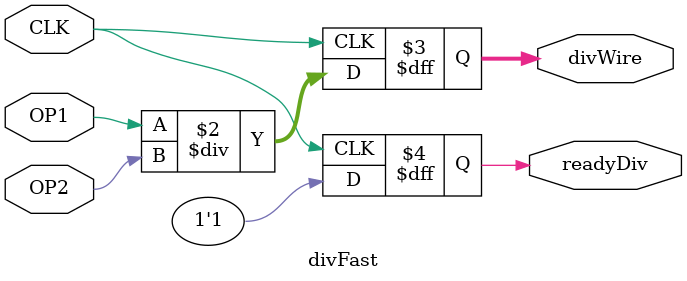
<source format=v>
`include "prj_definition.v"
/*
The gate based sequential multipler.
*/
module div(result, divisor, dividend, write, shift, load);
	output [63:0] result;
	input [31:0] divisor, dividend;
	input write, shift, load;
	wire [31:0] adderOut, andOut;
	wire dontCare;
	wire [63:0] shifterOut;

	reg [5:0] shiftNum;
	
	reg [63:0] result;
	reg [31:0] addProduct;

	and32 andGate(andOut, divisor, addProduct);
	rc_add_sub_32 adder(adderOut, dontCare, andOut, result[63:32], 1'b0);

	right_shifter64 b(shifterOut, result, shiftNum);

	initial shiftNum = {6'b000001};
	initial result = {{64'd0000},divisor};
	
	always @(load) begin
		shiftNum = {6'b000001};
		result = {{64'd0000},divisor};
	end
	always @(posedge write) begin
		result[63:32]=adderOut;
	end
	always @(posedge shift) begin
		result=shifterOut;
	end
endmodule
/*
The control unit for the sequential multiplier
*/
module divControl(result, ready, multiplicand, multiplier, clk);
	output [63:0] result;
	output ready;

	input [31:0] multiplicand, multiplier;
	input clk;

	reg shift, write, load;

	multiply mulPath(result, multiplicand,  multiplier, write, shift, load);

	reg [5:0] bit;
	wire ready = !bit;

	initial bit = 1'b0;
	initial load = 1'b1;
	always @( posedge clk )
		if(ready) begin
			bit = 6'b100000;
			load = 1'b0;
			write = 1'b0;
			shift = 1'b0;
		end else begin
			write = 1'b1;
			#1 shift = 1'b1;
			write = 1'b0;
			#1 shift = 1'b0;
 			bit = bit - 1'b1;
		end

endmodule
/*
Test Bench for sequential multiplier
Runs for the number of clock cycles required to complete multiplication
*/
module a_div_TB;
	wire [63:0] result;
	wire ready;
	reg [31:0] multiplicand, multiplier;
	reg clk;

	mulControl mul(result, ready, multiplicand, multiplier, clk);

	initial begin
		multiplier = 32'b00010;
		multiplicand = 32'b0001;
		#1 clk = 1'b0; #1 clk = 1'b1; 
		#1 clk = 1'b0; #1 clk = 1'b1; 
		#1 clk = 1'b0; #1 clk = 1'b1;
		#1 clk = 1'b0; #1 clk = 1'b1; 
		#1 clk = 1'b0; #1 clk = 1'b1; 
		#1 clk = 1'b0; #1 clk = 1'b1;
		#1 clk = 1'b0; #1 clk = 1'b1;
		#1 clk = 1'b0; #1 clk = 1'b1;
		#1 clk = 1'b0; #1 clk = 1'b1;
		#1 clk = 1'b0; #1 clk = 1'b1;
		#1 clk = 1'b0; #1 clk = 1'b1;
		#1 clk = 1'b0; #1 clk = 1'b1;
		#1 clk = 1'b0; #1 clk = 1'b1;
		#1 clk = 1'b0; #1 clk = 1'b1;
		#1 clk = 1'b0; #1 clk = 1'b1;
		#1 clk = 1'b0; #1 clk = 1'b1;
		#1 clk = 1'b0; #1 clk = 1'b1;
		#1 clk = 1'b0; #1 clk = 1'b1;
		#1 clk = 1'b0; #1 clk = 1'b1;
		#1 clk = 1'b0; #1 clk = 1'b1;
		#1 clk = 1'b0; #1 clk = 1'b1;
		#1 clk = 1'b0; #1 clk = 1'b1;
		#1 clk = 1'b0; #1 clk = 1'b1;
		#1 clk = 1'b0; #1 clk = 1'b1;
		#1 clk = 1'b0; #1 clk = 1'b1;
		#1 clk = 1'b0; #1 clk = 1'b1;
		#1 clk = 1'b0; #1 clk = 1'b1;
		#1 clk = 1'b0; #1 clk = 1'b1;
		#1 clk = 1'b0; #1 clk = 1'b1;
		#1 clk = 1'b0; #1 clk = 1'b1;
		#1 clk = 1'b0; #1 clk = 1'b1;
		#1 clk = 1'b0; #1 clk = 1'b1;
		#1 clk = 1'b0; #1 clk = 1'b1;
		#1 clk = 1'b0; #1 clk = 1'b1;
	end
endmodule
module divFast(divWire, readyDiv, OP1, OP2, CLK);
	output [31:0] divWire;
	output readyDiv;
	reg [31:0] divWire;
	reg readyDiv;
	input OP1;
	input OP2;
	input CLK;
	always @(posedge CLK) begin
		divWire = OP1/OP2;
		readyDiv = 1'b1;
	end
endmodule
</source>
